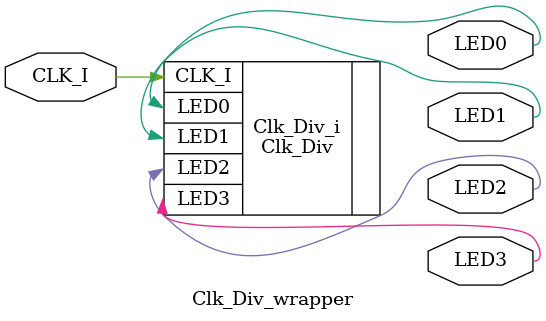
<source format=v>
`timescale 1 ps / 1 ps

module Clk_Div_wrapper
   (CLK_I,
    LED0,
    LED1,
    LED2,
    LED3);
  input CLK_I;
  output LED0;
  output LED1;
  output LED2;
  output LED3;

  wire CLK_I;
  wire LED0;
  wire LED1;
  wire LED2;
  wire LED3;

  Clk_Div Clk_Div_i
       (.CLK_I(CLK_I),
        .LED0(LED0),
        .LED1(LED1),
        .LED2(LED2),
        .LED3(LED3));
endmodule

</source>
